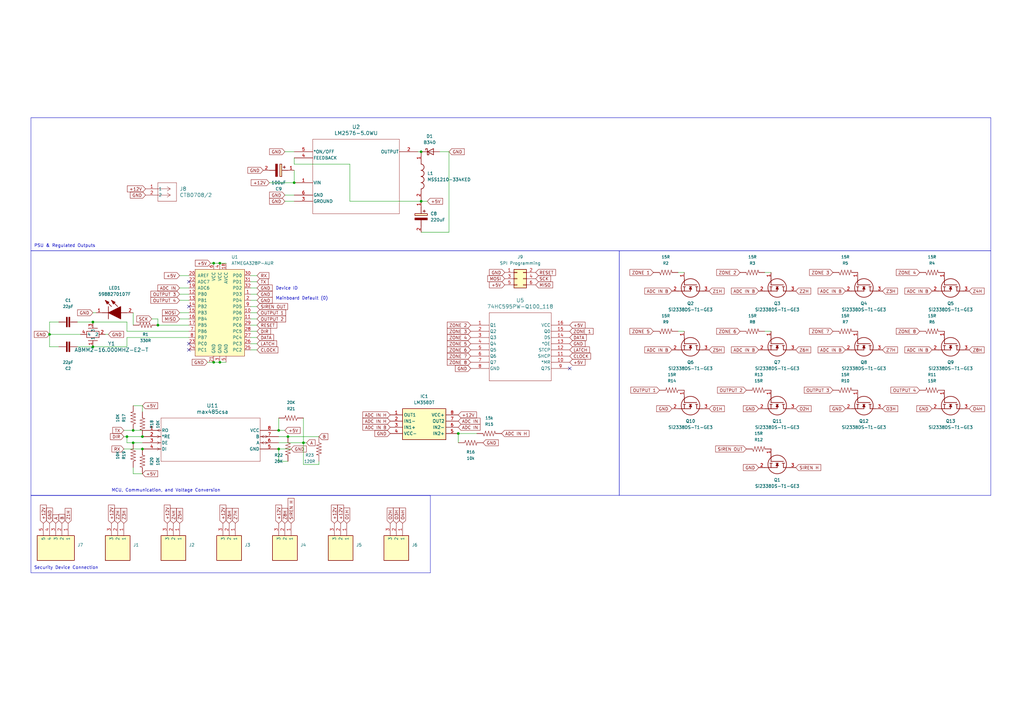
<source format=kicad_sch>
(kicad_sch (version 20230121) (generator eeschema)
  (paper "A3")
  (junction (at 54.61 181.61))
  (junction (at 114.3 176.53))
  (junction (at 58.42 184.15))
  (junction (at 20.32 137.16))
  (junction (at 54.61 176.53))
  (junction (at 120.65 74.93))
  (junction (at 118.11 179.07))
  (junction (at 187.96 177.8))
  (junction (at 87.63 107.95))
  (junction (at 90.17 148.59))
  (junction (at 114.3 184.15))
  (junction (at 172.72 82.55))
  (junction (at 124.46 181.61))
  (junction (at 87.63 148.59))
  (junction (at 172.72 62.23))
  (junction (at 58.42 179.07))
  (junction (at 38.1 132.08))
  (junction (at 38.1 142.24))
  (junction (at 90.17 107.95))
  (junction (at 64.77 133.35))
  (junction (at 52.07 179.07))
  (no_connect (at 233.68 151.13))
  (no_connect (at 77.47 143.51))
  (no_connect (at 77.47 140.97))
  (no_connect (at 77.47 125.73))
  (no_connect (at 77.47 115.57))
  (wire (pts (xy 52.07 179.07) (xy 58.42 179.07)))
  (wire (pts (xy 58.42 166.37) (xy 58.42 168.91)))
  (wire (pts (xy 278.13 111.76) (xy 280.67 111.76)))
  (wire (pts (xy 124.46 181.61) (xy 125.73 181.61)))
  (wire (pts (xy 20.32 132.08) (xy 20.32 137.16)))
  (wire (pts (xy 77.47 138.43) (xy 52.07 138.43)))
  (wire (pts (xy 184.15 62.23) (xy 184.15 95.25)))
  (wire (pts (xy 73.66 128.27) (xy 77.47 128.27)))
  (wire (pts (xy 54.61 181.61) (xy 58.42 181.61)))
  (wire (pts (xy 114.3 184.15) (xy 114.3 189.23)))
  (wire (pts (xy 114.3 171.45) (xy 114.3 176.53)))
  (wire (pts (xy 52.07 132.08) (xy 52.07 135.89)))
  (wire (pts (xy 38.1 128.27) (xy 39.37 128.27)))
  (wire (pts (xy 52.07 179.07) (xy 52.07 181.61)))
  (wire (pts (xy 90.17 107.95) (xy 92.71 107.95)))
  (wire (pts (xy 102.87 123.19) (xy 105.41 123.19)))
  (wire (pts (xy 102.87 120.65) (xy 105.41 120.65)))
  (wire (pts (xy 116.84 82.55) (xy 120.65 82.55)))
  (wire (pts (xy 50.8 176.53) (xy 54.61 176.53)))
  (wire (pts (xy 64.77 130.81) (xy 64.77 133.35)))
  (wire (pts (xy 38.1 132.08) (xy 52.07 132.08)))
  (wire (pts (xy 52.07 135.89) (xy 77.47 135.89)))
  (wire (pts (xy 20.32 137.16) (xy 20.32 142.24)))
  (wire (pts (xy 102.87 143.51) (xy 105.41 143.51)))
  (wire (pts (xy 120.65 69.85) (xy 120.65 74.93)))
  (wire (pts (xy 114.3 189.23) (xy 118.11 189.23)))
  (wire (pts (xy 54.61 194.31) (xy 54.61 191.77)))
  (wire (pts (xy 124.46 190.5) (xy 124.46 181.61)))
  (wire (pts (xy 180.34 62.23) (xy 184.15 62.23)))
  (wire (pts (xy 87.63 148.59) (xy 90.17 148.59)))
  (wire (pts (xy 50.8 179.07) (xy 52.07 179.07)))
  (wire (pts (xy 130.81 189.23) (xy 130.81 190.5)))
  (wire (pts (xy 54.61 166.37) (xy 58.42 166.37)))
  (wire (pts (xy 102.87 113.03) (xy 105.41 113.03)))
  (wire (pts (xy 102.87 138.43) (xy 105.41 138.43)))
  (wire (pts (xy 87.63 107.95) (xy 90.17 107.95)))
  (wire (pts (xy 102.87 140.97) (xy 105.41 140.97)))
  (wire (pts (xy 58.42 194.31) (xy 54.61 194.31)))
  (wire (pts (xy 114.3 181.61) (xy 124.46 181.61)))
  (wire (pts (xy 171.45 62.23) (xy 172.72 62.23)))
  (wire (pts (xy 52.07 181.61) (xy 54.61 181.61)))
  (wire (pts (xy 54.61 128.27) (xy 54.61 133.35)))
  (wire (pts (xy 110.49 74.93) (xy 120.65 74.93)))
  (wire (pts (xy 184.15 95.25) (xy 172.72 95.25)))
  (wire (pts (xy 143.51 67.31) (xy 120.65 67.31)))
  (wire (pts (xy 187.96 177.8) (xy 187.96 181.61)))
  (wire (pts (xy 114.3 179.07) (xy 118.11 179.07)))
  (wire (pts (xy 119.38 184.15) (xy 114.3 184.15)))
  (wire (pts (xy 102.87 115.57) (xy 105.41 115.57)))
  (wire (pts (xy 313.69 135.89) (xy 316.23 135.89)))
  (wire (pts (xy 38.1 142.24) (xy 52.07 142.24)))
  (wire (pts (xy 43.18 137.16) (xy 44.45 137.16)))
  (wire (pts (xy 116.84 62.23) (xy 120.65 62.23)))
  (wire (pts (xy 130.81 190.5) (xy 124.46 190.5)))
  (wire (pts (xy 102.87 133.35) (xy 105.41 133.35)))
  (wire (pts (xy 73.66 113.03) (xy 77.47 113.03)))
  (wire (pts (xy 102.87 125.73) (xy 105.41 125.73)))
  (wire (pts (xy 20.32 137.16) (xy 33.02 137.16)))
  (wire (pts (xy 278.13 135.89) (xy 280.67 135.89)))
  (wire (pts (xy 73.66 123.19) (xy 77.47 123.19)))
  (wire (pts (xy 102.87 118.11) (xy 105.41 118.11)))
  (wire (pts (xy 116.84 80.01) (xy 120.65 80.01)))
  (wire (pts (xy 120.65 67.31) (xy 120.65 64.77)))
  (wire (pts (xy 50.8 184.15) (xy 58.42 184.15)))
  (wire (pts (xy 52.07 138.43) (xy 52.07 142.24)))
  (wire (pts (xy 143.51 82.55) (xy 143.51 67.31)))
  (wire (pts (xy 124.46 171.45) (xy 124.46 181.61)))
  (wire (pts (xy 73.66 130.81) (xy 77.47 130.81)))
  (wire (pts (xy 313.69 111.76) (xy 316.23 111.76)))
  (wire (pts (xy 172.72 82.55) (xy 175.26 82.55)))
  (wire (pts (xy 102.87 130.81) (xy 105.41 130.81)))
  (wire (pts (xy 62.23 130.81) (xy 64.77 130.81)))
  (wire (pts (xy 31.75 132.08) (xy 38.1 132.08)))
  (wire (pts (xy 172.72 82.55) (xy 143.51 82.55)))
  (wire (pts (xy 85.09 148.59) (xy 87.63 148.59)))
  (wire (pts (xy 118.11 179.07) (xy 130.81 179.07)))
  (wire (pts (xy 90.17 148.59) (xy 92.71 148.59)))
  (wire (pts (xy 195.58 177.8) (xy 187.96 177.8)))
  (wire (pts (xy 105.41 135.89) (xy 102.87 135.89)))
  (wire (pts (xy 86.36 107.95) (xy 87.63 107.95)))
  (wire (pts (xy 102.87 128.27) (xy 105.41 128.27)))
  (wire (pts (xy 31.75 142.24) (xy 38.1 142.24)))
  (wire (pts (xy 24.13 132.08) (xy 20.32 132.08)))
  (wire (pts (xy 73.66 120.65) (xy 77.47 120.65)))
  (wire (pts (xy 114.3 176.53) (xy 116.84 176.53)))
  (wire (pts (xy 54.61 176.53) (xy 58.42 176.53)))
  (wire (pts (xy 64.77 133.35) (xy 77.47 133.35)))
  (wire (pts (xy 20.32 142.24) (xy 24.13 142.24)))
  (wire (pts (xy 73.66 118.11) (xy 77.47 118.11)))
  (rectangle (start 12.7 203.2) (end 176.53 234.95))
  (rectangle (start 254 102.87) (end 406.4 203.2))
  (rectangle (start 12.7 102.87) (end 254 203.2))
  (rectangle (start 12.7 48.26) (end 406.4 102.87))
  (text "Device ID\n\nMainboard Default (0)" (at 113.03 123.19 0) (effects (font (size 1.27 1.27)) (justify left bottom)))
  (text "PSU & Regulated Outputs" (at 13.97 101.6 0) (effects (font (size 1.27 1.27)) (justify left bottom)))
  (text "Security Device Connection" (at 13.97 233.68 0) (effects (font (size 1.27 1.27)) (justify left bottom)))
  (text "MCU, Communication, and Voltage Conversion" (at 45.72 201.93 0) (effects (font (size 1.27 1.27)) (justify left bottom)))
  (global_label "ADC IN B" (shape input) (at 160.02 175.26 180) (property "Intersheetrefs" "${INTERSHEET_REFS}" (effects hide)))
  (global_label "Z7H" (shape input) (at 96.52 214.63 90) (property "Intersheetrefs" "${INTERSHEET_REFS}" (effects hide)))
  (global_label "+12V" (shape input) (at 91.44 214.63 90) (property "Intersheetrefs" "${INTERSHEET_REFS}" (effects hide)))
  (global_label "ADC IN B" (shape input) (at 346.71 119.38 180) (property "Intersheetrefs" "${INTERSHEET_REFS}" (effects hide)))
  (global_label "Z6H" (shape input) (at 326.39 143.51 0) (property "Intersheetrefs" "${INTERSHEET_REFS}" (effects hide)))
  (global_label "ZONE 6" (shape input) (at 193.04 143.51 180) (property "Intersheetrefs" "${INTERSHEET_REFS}" (effects hide)))
  (global_label "GND" (shape input) (at 346.71 167.64 180) (property "Intersheetrefs" "${INTERSHEET_REFS}" (effects hide)))
  (global_label "ZONE 7" (shape input) (at 193.04 146.05 180) (property "Intersheetrefs" "${INTERSHEET_REFS}" (effects hide)))
  (global_label "MOSI" (shape input) (at 73.66 128.27 180) (property "Intersheetrefs" "${INTERSHEET_REFS}" (effects hide)))
  (global_label "+12V" (shape input) (at 45.72 214.63 90) (property "Intersheetrefs" "${INTERSHEET_REFS}" (effects hide)))
  (global_label "GND" (shape input) (at 233.68 140.97 0) (property "Intersheetrefs" "${INTERSHEET_REFS}" (effects hide)))
  (global_label "Z6H" (shape input) (at 93.98 214.63 90) (property "Intersheetrefs" "${INTERSHEET_REFS}" (effects hide)))
  (global_label "OUTPUT 4" (shape input) (at 73.66 123.19 180) (property "Intersheetrefs" "${INTERSHEET_REFS}" (effects hide)))
  (global_label "Z8H" (shape input) (at 397.51 143.51 0) (property "Intersheetrefs" "${INTERSHEET_REFS}" (effects hide)))
  (global_label "ADC IN B" (shape input) (at 346.71 143.51 180) (property "Intersheetrefs" "${INTERSHEET_REFS}" (effects hide)))
  (global_label "OUTPUT 1" (shape input) (at 105.41 128.27 0) (property "Intersheetrefs" "${INTERSHEET_REFS}" (effects hide)))
  (global_label "ADC IN" (shape input) (at 187.96 175.26 0) (property "Intersheetrefs" "${INTERSHEET_REFS}" (effects hide)))
  (global_label "SIREN OUT" (shape input) (at 105.41 125.73 0) (property "Intersheetrefs" "${INTERSHEET_REFS}" (effects hide)))
  (global_label "ZONE 1" (shape input) (at 233.68 135.89 0) (property "Intersheetrefs" "${INTERSHEET_REFS}" (effects hide)))
  (global_label "GND" (shape input) (at 20.32 137.16 180) (property "Intersheetrefs" "${INTERSHEET_REFS}" (effects hide)))
  (global_label "RX" (shape input) (at 105.41 113.03 0) (property "Intersheetrefs" "${INTERSHEET_REFS}" (effects hide)))
  (global_label "LATCH" (shape input) (at 105.41 140.97 0) (property "Intersheetrefs" "${INTERSHEET_REFS}" (effects hide)))
  (global_label "Z2H" (shape input) (at 48.26 214.63 90) (property "Intersheetrefs" "${INTERSHEET_REFS}" (effects hide)))
  (global_label "GND" (shape input) (at 311.15 191.77 180) (property "Intersheetrefs" "${INTERSHEET_REFS}" (effects hide)))
  (global_label "ZONE 3" (shape input) (at 341.63 111.76 180) (property "Intersheetrefs" "${INTERSHEET_REFS}" (effects hide)))
  (global_label "GND" (shape input) (at 85.09 148.59 180) (property "Intersheetrefs" "${INTERSHEET_REFS}" (effects hide)))
  (global_label "GND" (shape input) (at 207.01 111.76 180) (property "Intersheetrefs" "${INTERSHEET_REFS}" (effects hide)))
  (global_label "+5V" (shape input) (at 86.36 107.95 180) (property "Intersheetrefs" "${INTERSHEET_REFS}" (effects hide)))
  (global_label "ZONE 2" (shape input) (at 193.04 133.35 180) (property "Intersheetrefs" "${INTERSHEET_REFS}" (effects hide)))
  (global_label "+12V" (shape input) (at 137.16 214.63 90) (property "Intersheetrefs" "${INTERSHEET_REFS}" (effects hide)))
  (global_label "Z1H" (shape input) (at 290.83 119.38 0) (property "Intersheetrefs" "${INTERSHEET_REFS}" (effects hide)))
  (global_label "O1H" (shape input) (at 290.83 167.64 0) (property "Intersheetrefs" "${INTERSHEET_REFS}" (effects hide)))
  (global_label "GND" (shape input) (at 275.59 167.64 180) (property "Intersheetrefs" "${INTERSHEET_REFS}" (effects hide)))
  (global_label "+12V" (shape input) (at 59.69 77.47 180) (property "Intersheetrefs" "${INTERSHEET_REFS}" (effects hide)))
  (global_label "O4H" (shape input) (at 397.51 167.64 0) (property "Intersheetrefs" "${INTERSHEET_REFS}" (effects hide)))
  (global_label "+5V" (shape input) (at 207.01 116.84 180) (property "Intersheetrefs" "${INTERSHEET_REFS}" (effects hide)))
  (global_label "ADC IN H" (shape input) (at 205.74 177.8 0) (property "Intersheetrefs" "${INTERSHEET_REFS}" (effects hide)))
  (global_label "+5V" (shape input) (at 233.68 133.35 0) (property "Intersheetrefs" "${INTERSHEET_REFS}" (effects hide)))
  (global_label "GND" (shape input) (at 382.27 167.64 180) (property "Intersheetrefs" "${INTERSHEET_REFS}" (effects hide)))
  (global_label "GND" (shape input) (at 38.1 128.27 180) (property "Intersheetrefs" "${INTERSHEET_REFS}" (effects hide)))
  (global_label "SIREN H" (shape input) (at 119.38 214.63 90) (property "Intersheetrefs" "${INTERSHEET_REFS}" (effects hide)))
  (global_label "GND" (shape input) (at 198.12 181.61 0) (property "Intersheetrefs" "${INTERSHEET_REFS}" (effects hide)))
  (global_label "+5V" (shape input) (at 116.84 176.53 0) (property "Intersheetrefs" "${INTERSHEET_REFS}" (effects hide)))
  (global_label "ZONE 8" (shape input) (at 377.19 135.89 180) (property "Intersheetrefs" "${INTERSHEET_REFS}" (effects hide)))
  (global_label "ADC IN H" (shape input) (at 160.02 172.72 180) (property "Intersheetrefs" "${INTERSHEET_REFS}" (effects hide)))
  (global_label "ZONE 3" (shape input) (at 193.04 135.89 180) (property "Intersheetrefs" "${INTERSHEET_REFS}" (effects hide)))
  (global_label "DATA" (shape input) (at 233.68 138.43 0) (property "Intersheetrefs" "${INTERSHEET_REFS}" (effects hide)))
  (global_label "ZONE 2" (shape input) (at 303.53 111.76 180) (property "Intersheetrefs" "${INTERSHEET_REFS}" (effects hide)))
  (global_label "ZONE 7" (shape input) (at 341.63 135.89 180) (property "Intersheetrefs" "${INTERSHEET_REFS}" (effects hide)))
  (global_label "ADC IN H" (shape input) (at 160.02 170.18 180) (property "Intersheetrefs" "${INTERSHEET_REFS}" (effects hide)))
  (global_label "MISO" (shape input) (at 219.71 116.84 0) (property "Intersheetrefs" "${INTERSHEET_REFS}" (effects hide)))
  (global_label "+12V" (shape input) (at 187.96 170.18 0) (property "Intersheetrefs" "${INTERSHEET_REFS}" (effects hide)))
  (global_label "DIR" (shape input) (at 50.8 179.07 180) (property "Intersheetrefs" "${INTERSHEET_REFS}" (effects hide)))
  (global_label "O2H" (shape input) (at 160.02 214.63 90) (property "Intersheetrefs" "${INTERSHEET_REFS}" (effects hide)))
  (global_label "OUTPUT 2" (shape input) (at 105.41 130.81 0) (property "Intersheetrefs" "${INTERSHEET_REFS}" (effects hide)))
  (global_label "O1H" (shape input) (at 142.24 214.63 90) (property "Intersheetrefs" "${INTERSHEET_REFS}" (effects hide)))
  (global_label "ZONE 5" (shape input) (at 193.04 140.97 180) (property "Intersheetrefs" "${INTERSHEET_REFS}" (effects hide)))
  (global_label "ADC IN B" (shape input) (at 382.27 143.51 180) (property "Intersheetrefs" "${INTERSHEET_REFS}" (effects hide)))
  (global_label "MISO" (shape input) (at 73.66 130.81 180) (property "Intersheetrefs" "${INTERSHEET_REFS}" (effects hide)))
  (global_label "+12V" (shape input) (at 17.78 214.63 90) (property "Intersheetrefs" "${INTERSHEET_REFS}" (effects hide)))
  (global_label "+12V" (shape input) (at 68.58 214.63 90) (property "Intersheetrefs" "${INTERSHEET_REFS}" (effects hide)))
  (global_label "OUTPUT 3" (shape input) (at 341.63 160.02 180) (property "Intersheetrefs" "${INTERSHEET_REFS}" (effects hide)))
  (global_label "GND" (shape input) (at 116.84 62.23 180) (property "Intersheetrefs" "${INTERSHEET_REFS}" (effects hide)))
  (global_label "Z1H" (shape input) (at 27.94 214.63 90) (property "Intersheetrefs" "${INTERSHEET_REFS}" (effects hide)))
  (global_label "RX" (shape input) (at 50.8 184.15 180) (property "Intersheetrefs" "${INTERSHEET_REFS}" (effects hide)))
  (global_label "ADC IN B" (shape input) (at 382.27 119.38 180) (property "Intersheetrefs" "${INTERSHEET_REFS}" (effects hide)))
  (global_label "+5V" (shape input) (at 233.68 148.59 0) (property "Intersheetrefs" "${INTERSHEET_REFS}" (effects hide)))
  (global_label "GND" (shape input) (at 20.32 214.63 90) (property "Intersheetrefs" "${INTERSHEET_REFS}" (effects hide)))
  (global_label "GND" (shape input) (at 193.04 151.13 180) (property "Intersheetrefs" "${INTERSHEET_REFS}" (effects hide)))
  (global_label "B" (shape input) (at 25.4 214.63 90) (property "Intersheetrefs" "${INTERSHEET_REFS}" (effects hide)))
  (global_label "A" (shape input) (at 125.73 181.61 0) (property "Intersheetrefs" "${INTERSHEET_REFS}" (effects hide)))
  (global_label "ZONE 4" (shape input) (at 193.04 138.43 180) (property "Intersheetrefs" "${INTERSHEET_REFS}" (effects hide)))
  (global_label "OUTPUT 4" (shape input) (at 377.19 160.02 180) (property "Intersheetrefs" "${INTERSHEET_REFS}" (effects hide)))
  (global_label "GND" (shape input) (at 105.41 118.11 0) (property "Intersheetrefs" "${INTERSHEET_REFS}" (effects hide)))
  (global_label "RESET" (shape input) (at 105.41 133.35 0) (property "Intersheetrefs" "${INTERSHEET_REFS}" (effects hide)))
  (global_label "GND" (shape input) (at 311.15 167.64 180) (property "Intersheetrefs" "${INTERSHEET_REFS}" (effects hide)))
  (global_label "SIREN H" (shape input) (at 326.39 191.77 0) (property "Intersheetrefs" "${INTERSHEET_REFS}" (effects hide)))
  (global_label "Z4H" (shape input) (at 397.51 119.38 0) (property "Intersheetrefs" "${INTERSHEET_REFS}" (effects hide)))
  (global_label "+12V" (shape input) (at 139.7 214.63 90) (property "Intersheetrefs" "${INTERSHEET_REFS}" (effects hide)))
  (global_label "+5V" (shape input) (at 58.42 166.37 0) (property "Intersheetrefs" "${INTERSHEET_REFS}" (effects hide)))
  (global_label "ADC IN B" (shape input) (at 311.15 119.38 180) (property "Intersheetrefs" "${INTERSHEET_REFS}" (effects hide)))
  (global_label "ADC IN B" (shape input) (at 275.59 143.51 180) (property "Intersheetrefs" "${INTERSHEET_REFS}" (effects hide)))
  (global_label "Z3H" (shape input) (at 50.8 214.63 90) (property "Intersheetrefs" "${INTERSHEET_REFS}" (effects hide)))
  (global_label "OUTPUT 1" (shape input) (at 270.51 160.02 180) (property "Intersheetrefs" "${INTERSHEET_REFS}" (effects hide)))
  (global_label "ZONE 6" (shape input) (at 303.53 135.89 180) (property "Intersheetrefs" "${INTERSHEET_REFS}" (effects hide)))
  (global_label "+5V" (shape input) (at 58.42 194.31 0) (property "Intersheetrefs" "${INTERSHEET_REFS}" (effects hide)))
  (global_label "TX" (shape input) (at 50.8 176.53 180) (property "Intersheetrefs" "${INTERSHEET_REFS}" (effects hide)))
  (global_label "DIR" (shape input) (at 105.41 135.89 0) (property "Intersheetrefs" "${INTERSHEET_REFS}" (effects hide)))
  (global_label "Z5H" (shape input) (at 73.66 214.63 90) (property "Intersheetrefs" "${INTERSHEET_REFS}" (effects hide)))
  (global_label "GND" (shape input) (at 105.41 123.19 0) (property "Intersheetrefs" "${INTERSHEET_REFS}" (effects hide)))
  (global_label "Z2H" (shape input) (at 326.39 119.38 0) (property "Intersheetrefs" "${INTERSHEET_REFS}" (effects hide)))
  (global_label "GND" (shape input) (at 59.69 80.01 180) (property "Intersheetrefs" "${INTERSHEET_REFS}" (effects hide)))
  (global_label "ZONE 5" (shape input) (at 267.97 135.89 180) (property "Intersheetrefs" "${INTERSHEET_REFS}" (effects hide)))
  (global_label "Z8H" (shape input) (at 116.84 214.63 90) (property "Intersheetrefs" "${INTERSHEET_REFS}" (effects hide)))
  (global_label "CLOCK" (shape input) (at 105.41 143.51 0) (property "Intersheetrefs" "${INTERSHEET_REFS}" (effects hide)))
  (global_label "O4H" (shape input) (at 165.1 214.63 90) (property "Intersheetrefs" "${INTERSHEET_REFS}" (effects hide)))
  (global_label "TX" (shape input) (at 105.41 115.57 0) (property "Intersheetrefs" "${INTERSHEET_REFS}" (effects hide)))
  (global_label "RESET" (shape input) (at 219.71 111.76 0) (property "Intersheetrefs" "${INTERSHEET_REFS}" (effects hide)))
  (global_label "O3H" (shape input) (at 162.56 214.63 90) (property "Intersheetrefs" "${INTERSHEET_REFS}" (effects hide)))
  (global_label "B" (shape input) (at 130.81 179.07 0) (property "Intersheetrefs" "${INTERSHEET_REFS}" (effects hide)))
  (global_label "Z7H" (shape input) (at 361.95 143.51 0) (property "Intersheetrefs" "${INTERSHEET_REFS}" (effects hide)))
  (global_label "ZONE 4" (shape input) (at 377.19 111.76 180) (property "Intersheetrefs" "${INTERSHEET_REFS}" (effects hide)))
  (global_label "ADC IN" (shape input) (at 73.66 118.11 180) (property "Intersheetrefs" "${INTERSHEET_REFS}" (effects hide)))
  (global_label "Z5H" (shape input) (at 290.83 143.51 0) (property "Intersheetrefs" "${INTERSHEET_REFS}" (effects hide)))
  (global_label "SIREN OUT" (shape input) (at 306.07 184.15 180) (property "Intersheetrefs" "${INTERSHEET_REFS}" (effects hide)))
  (global_label "O3H" (shape input) (at 361.95 167.64 0) (property "Intersheetrefs" "${INTERSHEET_REFS}" (effects hide)))
  (global_label "GND" (shape input) (at 116.84 80.01 180) (property "Intersheetrefs" "${INTERSHEET_REFS}" (effects hide)))
  (global_label "GND" (shape input) (at 119.38 184.15 0) (property "Intersheetrefs" "${INTERSHEET_REFS}" (effects hide)))
  (global_label "CLOCK" (shape input) (at 233.68 146.05 0) (property "Intersheetrefs" "${INTERSHEET_REFS}" (effects hide)))
  (global_label "GND" (shape input) (at 160.02 177.8 180) (property "Intersheetrefs" "${INTERSHEET_REFS}" (effects hide)))
  (global_label "A" (shape input) (at 22.86 214.63 90) (property "Intersheetrefs" "${INTERSHEET_REFS}" (effects hide)))
  (global_label "SCK" (shape input) (at 219.71 114.3 0) (property "Intersheetrefs" "${INTERSHEET_REFS}" (effects hide)))
  (global_label "GND" (shape input) (at 107.95 69.85 180) (property "Intersheetrefs" "${INTERSHEET_REFS}" (effects hide)))
  (global_label "OUTPUT 2" (shape input) (at 306.07 160.02 180) (property "Intersheetrefs" "${INTERSHEET_REFS}" (effects hide)))
  (global_label "ADC IN B" (shape input) (at 311.15 143.51 180) (property "Intersheetrefs" "${INTERSHEET_REFS}" (effects hide)))
  (global_label "O2H" (shape input) (at 326.39 167.64 0) (property "Intersheetrefs" "${INTERSHEET_REFS}" (effects hide)))
  (global_label "ADC IN B" (shape input) (at 275.59 119.38 180) (property "Intersheetrefs" "${INTERSHEET_REFS}" (effects hide)))
  (global_label "ZONE 1" (shape input) (at 267.97 111.76 180) (property "Intersheetrefs" "${INTERSHEET_REFS}" (effects hide)))
  (global_label "+5V" (shape input) (at 73.66 113.03 180) (property "Intersheetrefs" "${INTERSHEET_REFS}" (effects hide)))
  (global_label "GND" (shape input) (at 184.15 62.23 0) (property "Intersheetrefs" "${INTERSHEET_REFS}" (effects hide)))
  (global_label "LATCH" (shape input) (at 233.68 143.51 0) (property "Intersheetrefs" "${INTERSHEET_REFS}" (effects hide)))
  (global_label "ZONE 8" (shape input) (at 193.04 148.59 180) (property "Intersheetrefs" "${INTERSHEET_REFS}" (effects hide)))
  (global_label "GND" (shape input) (at 105.41 120.65 0) (property "Intersheetrefs" "${INTERSHEET_REFS}" (effects hide)))
  (global_label "Z3H" (shape input) (at 361.95 119.38 0) (property "Intersheetrefs" "${INTERSHEET_REFS}" (effects hide)))
  (global_label "DATA" (shape input) (at 105.41 138.43 0) (property "Intersheetrefs" "${INTERSHEET_REFS}" (effects hide)))
  (global_label "+5V" (shape input) (at 175.26 82.55 0) (property "Intersheetrefs" "${INTERSHEET_REFS}" (effects hide)))
  (global_label "+12V" (shape input) (at 110.49 74.93 180) (property "Intersheetrefs" "${INTERSHEET_REFS}" (effects hide)))
  (global_label "OUTPUT 3" (shape input) (at 73.66 120.65 180) (property "Intersheetrefs" "${INTERSHEET_REFS}" (effects hide)))
  (global_label "GND" (shape input) (at 44.45 137.16 0) (property "Intersheetrefs" "${INTERSHEET_REFS}" (effects hide)))
  (global_label "GND" (shape input) (at 116.84 82.55 180) (property "Intersheetrefs" "${INTERSHEET_REFS}" (effects hide)))
  (global_label "+12V" (shape input) (at 114.3 214.63 90) (property "Intersheetrefs" "${INTERSHEET_REFS}" (effects hide)))
  (global_label "SCK" (shape input) (at 62.23 130.81 180) (property "Intersheetrefs" "${INTERSHEET_REFS}" (effects hide)))
  (global_label "ADC IN" (shape input) (at 187.96 172.72 0) (property "Intersheetrefs" "${INTERSHEET_REFS}" (effects hide)))
  (global_label "MOSI" (shape input) (at 207.01 114.3 180) (property "Intersheetrefs" "${INTERSHEET_REFS}" (effects hide)))
  (global_label "Z4H" (shape input) (at 71.12 214.63 90) (property "Intersheetrefs" "${INTERSHEET_REFS}" (effects hide)))
  (symbol (lib_id "ABMM2-16-000MHZ-E2-T:ABMM2-16.000MHZ-E2-T") (at 38.1 142.24 90) (unit 1)
    (property "Reference" "Y1" (at 45.72 140.97 90) (effects (font (size 1.524 1.524))))
    (property "Value" "ABMM2-16.000MHZ-E2-T" (at 45.72 143.51 90) (effects (font (size 1.524 1.524))))
    (property "Footprint" "ABMM2-16-000MHZ-E2-T:CRYSTAL_ABMM2_ABR" (effects hide))
    (property "Datasheet" "ABMM2-16.000MHZ-E2-T" (effects hide))
  )
  (symbol (lib_id "SparkFun-Resistors:RESISTOR0805") (at 58.42 189.23 90) (unit 1)
    (property "Reference" "R20" (at 62.23 189.23 0) (effects (font (size 1.143 1.143))))
    (property "Value" "10K" (at 64.77 189.23 0) (effects (font (size 1.143 1.143))))
    (property "Footprint" "Resistor_SMD:R_0805_2012Metric_Pad1.20x1.40mm_HandSolder" (effects hide))
    (property "Field4" " " (at 54.61 189.23 0) (effects (font (size 1.524 1.524))))
  )
  (symbol (lib_id "SparkFun-Resistors:RESISTOR0805") (at 54.61 171.45 270) (mirror x) (unit 1)
    (property "Reference" "R17" (at 50.8 171.45 0) (effects (font (size 1.143 1.143))))
    (property "Value" "10K" (at 48.26 171.45 0) (effects (font (size 1.143 1.143))))
    (property "Footprint" "Resistor_SMD:R_0805_2012Metric_Pad1.20x1.40mm_HandSolder" (effects hide))
    (property "Field4" " " (at 58.42 171.45 0) (effects (font (size 1.524 1.524))))
  )
  (symbol (lib_id "SamacSys_Parts:LM358DT") (at 160.02 170.18 0) (unit 1)
    (property "Reference" "IC1" (at 173.99 162.56 0))
    (property "Value" "LM358DT" (at 173.99 165.1 0))
    (property "Footprint" "SOIC127P600X175-8N" (effects hide))
    (property "Datasheet" "http://www.st.com/st-web-ui/static/active/en/resource/technical/document/datasheet/CD00000464.pdf" (effects hide))
    (property "Height" "1.75" (effects hide))
    (property "Manufacturer_Name" "STMicroelectronics" (effects hide))
    (property "Manufacturer_Part_Number" "LM358DT" (effects hide))
  )
  (symbol (lib_id "74HC595PW-Q100-118:74HC595PW-Q100_118") (at 193.04 133.35 0) (unit 1)
    (property "Reference" "U5" (at 213.36 123.19 0) (effects (font (size 1.524 1.524))))
    (property "Value" "74HC595PW-Q100_118" (at 213.36 125.73 0) (effects (font (size 1.524 1.524))))
    (property "Footprint" "74HC595PW-Q100-118:74HC595PW-Q100_118_NEX" (effects hide))
    (property "Datasheet" "74HC595PW-Q100_118" (effects hide))
  )
  (symbol (lib_id "SamacSys_Parts:Si2338DS-T1-GE3") (at 316.23 160.02 270) (unit 1)
    (property "Reference" "Q11" (at 318.77 172.72 90))
    (property "Value" "Si2338DS-T1-GE3" (at 318.77 175.26 90))
    (property "Footprint" "SamacSys_Parts:SOT95P237X112-3N" (effects hide))
    (property "Height" "1.12" (effects hide))
    (property "Manufacturer_Name" "Vishay" (effects hide))
    (property "Manufacturer_Part_Number" "Si2338DS-T1-GE3" (effects hide))
  )
  (symbol (lib_id "SamacSys_Parts:Si2338DS-T1-GE3") (at 316.23 135.89 270) (unit 1)
    (property "Reference" "Q7" (at 318.77 148.59 90))
    (property "Value" "Si2338DS-T1-GE3" (at 318.77 151.13 90))
    (property "Footprint" "SamacSys_Parts:SOT95P237X112-3N" (effects hide))
    (property "Height" "1.12" (effects hide))
    (property "Manufacturer_Name" "Vishay" (effects hide))
    (property "Manufacturer_Part_Number" "Si2338DS-T1-GE3" (effects hide))
  )
  (symbol (lib_id "SparkFun-Resistors:RESISTOR0805") (at 346.71 160.02 0) (mirror x) (unit 1)
    (property "Reference" "R10" (at 346.71 156.21 0) (effects (font (size 1.143 1.143))))
    (property "Value" "15R" (at 346.71 153.67 0) (effects (font (size 1.143 1.143))))
    (property "Footprint" "Resistor_SMD:R_0805_2012Metric_Pad1.20x1.40mm_HandSolder" (effects hide))
    (property "Field4" " " (at 346.71 163.83 0) (effects (font (size 1.524 1.524))))
  )
  (symbol (lib_id "SparkFun-Resistors:RESISTOR0805") (at 308.61 135.89 0) (mirror x) (unit 1)
    (property "Reference" "R8" (at 308.61 132.08 0) (effects (font (size 1.143 1.143))))
    (property "Value" "15R" (at 308.61 129.54 0) (effects (font (size 1.143 1.143))))
    (property "Footprint" "Resistor_SMD:R_0805_2012Metric_Pad1.20x1.40mm_HandSolder" (effects hide))
    (property "Field4" " " (at 335.28 170.18 0) (effects (font (size 1.524 1.524))))
  )
  (symbol (lib_id "SamacSys_Parts:CTB0508_3") (at 165.1 214.63 270) (unit 1)
    (property "Reference" "J6" (at 168.91 223.52 90) (effects (justify left)))
    (property "Value" "CTB0508_3" (effects hide))
    (property "Footprint" "SamacSys_Parts:CTB05083" (effects hide))
    (property "Height" "10" (effects hide))
    (property "Manufacturer_Name" "CAMDENBOSS" (effects hide))
    (property "Manufacturer_Part_Number" "CTB0508/3" (effects hide))
  )
  (symbol (lib_id "SparkFun-Resistors:RESISTOR0805") (at 58.42 173.99 90) (unit 1)
    (property "Reference" "R18" (at 62.23 173.99 0) (effects (font (size 1.143 1.143))))
    (property "Value" "10K" (at 64.77 173.99 0) (effects (font (size 1.143 1.143))))
    (property "Footprint" "Resistor_SMD:R_0805_2012Metric_Pad1.20x1.40mm_HandSolder" (effects hide))
    (property "Field4" " " (at 54.61 173.99 0) (effects (font (size 1.524 1.524))))
  )
  (symbol (lib_id "SamacSys_Parts:CTB0508_3") (at 96.52 214.63 270) (unit 1)
    (property "Reference" "J3" (at 100.33 223.52 90) (effects (justify left)))
    (property "Value" "CTB0508_3" (effects hide))
    (property "Footprint" "SamacSys_Parts:CTB05083" (effects hide))
    (property "Height" "10" (effects hide))
    (property "Manufacturer_Name" "CAMDENBOSS" (effects hide))
    (property "Manufacturer_Part_Number" "CTB0508/3" (effects hide))
  )
  (symbol (lib_id "SparkFun-Resistors:RESISTOR0805") (at 346.71 135.89 0) (mirror x) (unit 1)
    (property "Reference" "R7" (at 346.71 132.08 0) (effects (font (size 1.143 1.143))))
    (property "Value" "15R" (at 346.71 129.54 0) (effects (font (size 1.143 1.143))))
    (property "Footprint" "Resistor_SMD:R_0805_2012Metric_Pad1.20x1.40mm_HandSolder" (effects hide))
    (property "Field4" " " (at 346.71 139.7 0) (effects (font (size 1.524 1.524))))
  )
  (symbol (lib_id "SparkFun-Resistors:RESISTOR0805") (at 200.66 177.8 0) (mirror x) (unit 1)
    (property "Reference" "R15" (at 200.66 173.99 0) (effects (font (size 1.143 1.143))))
    (property "Value" "15k" (at 200.66 171.45 0) (effects (font (size 1.143 1.143))))
    (property "Footprint" "Resistor_SMD:R_0805_2012Metric_Pad1.20x1.40mm_HandSolder" (effects hide))
    (property "Field4" " " (at 200.66 181.61 0) (effects (font (size 1.524 1.524))))
  )
  (symbol (lib_id "dk_Embedded-Microcontrollers:ATMEGA328P-AUR") (at 90.17 133.35 0) (unit 1)
    (property "Reference" "U1" (at 94.9041 105.41 0) (effects (justify left)))
    (property "Value" "ATMEGA328P-AUR" (at 94.9041 107.95 0) (effects (justify left)))
    (property "Footprint" "digikey-footprints:TQFP-32_7x7mm" (effects hide))
    (property "Datasheet" "http://www.microchip.com/mymicrochip/filehandler.aspx?ddocname=en608326" (effects hide))
    (property "Digi-Key_PN" "ATMEGA328P-AURCT-ND" (effects hide))
    (property "MPN" "ATMEGA328P-AUR" (effects hide))
    (property "Category" "Integrated Circuits (ICs)" (effects hide))
    (property "Family" "Embedded - Microcontrollers" (effects hide))
    (property "DK_Datasheet_Link" "http://www.microchip.com/mymicrochip/filehandler.aspx?ddocname=en608326" (effects hide))
    (property "DK_Detail_Page" "/product-detail/en/microchip-technology/ATMEGA328P-AUR/ATMEGA328P-AURCT-ND/3789455" (effects hide))
    (property "Description" "IC MCU 8BIT 32KB FLASH 32TQFP" (effects hide))
    (property "Manufacturer" "Microchip Technology" (effects hide))
    (property "Status" "Active" (effects hide))
  )
  (symbol (lib_id "SparkFun-Resistors:RESISTOR0805") (at 193.04 181.61 0) (unit 1)
    (property "Reference" "R16" (at 193.04 185.42 0) (effects (font (size 1.143 1.143))))
    (property "Value" "10k" (at 193.04 187.96 0) (effects (font (size 1.143 1.143))))
    (property "Footprint" "Resistor_SMD:R_0805_2012Metric_Pad1.20x1.40mm_HandSolder" (effects hide))
    (property "Field4" " " (at 193.04 177.8 0) (effects (font (size 1.524 1.524))))
  )
  (symbol (lib_id "SamacSys_Parts:Si2338DS-T1-GE3") (at 280.67 111.76 270) (unit 1)
    (property "Reference" "Q2" (at 283.21 124.46 90))
    (property "Value" "Si2338DS-T1-GE3" (at 283.21 127 90))
    (property "Footprint" "SamacSys_Parts:SOT95P237X112-3N" (effects hide))
    (property "Height" "1.12" (effects hide))
    (property "Manufacturer_Name" "Vishay" (effects hide))
    (property "Manufacturer_Part_Number" "Si2338DS-T1-GE3" (effects hide))
  )
  (symbol (lib_id "SamacSys_Parts:MAL214699104E3") (at 120.65 69.85 0) (mirror y) (unit 1)
    (property "Reference" "C9" (at 114.3 77.47 0))
    (property "Value" "100uF" (at 114.3 74.93 0))
    (property "Footprint" "SamacSys_Parts:CAPAE1050X1250N" (effects hide))
    (property "Datasheet" "https://www.vishay.com/docs/28403/146cti.pdf" (effects hide))
    (property "Height" "12.5" (effects hide))
    (property "Manufacturer_Name" "Vishay" (effects hide))
    (property "Manufacturer_Part_Number" "MAL214699104E3" (effects hide))
  )
  (symbol (lib_id "SparkFun-Resistors:RESISTOR0805") (at 311.15 160.02 180) (unit 1)
    (property "Reference" "R13" (at 311.15 153.67 0) (effects (font (size 1.143 1.143))))
    (property "Value" "15R" (at 311.15 156.21 0) (effects (font (size 1.143 1.143))))
    (property "Footprint" "Resistor_SMD:R_0805_2012Metric_Pad1.20x1.40mm_HandSolder" (effects hide))
    (property "Field4" " " (at 311.15 163.83 0) (effects (font (size 1.524 1.524))))
  )
  (symbol (lib_id "SparkFun-Resistors:RESISTOR0805") (at 311.15 184.15 0) (mirror x) (unit 1)
    (property "Reference" "R12" (at 311.15 180.34 0) (effects (font (size 1.143 1.143))))
    (property "Value" "15R" (at 311.15 177.8 0) (effects (font (size 1.143 1.143))))
    (property "Footprint" "Resistor_SMD:R_0805_2012Metric_Pad1.20x1.40mm_HandSolder" (effects hide))
    (property "Field4" " " (at 311.15 187.96 0) (effects (font (size 1.524 1.524))))
  )
  (symbol (lib_id "SparkFun-Resistors:RESISTOR0805") (at 118.11 184.15 270) (unit 1)
    (property "Reference" "R22" (at 114.3 186.69 90) (effects (font (size 1.143 1.143))))
    (property "Value" "20K" (at 114.3 189.23 90) (effects (font (size 1.143 1.143))))
    (property "Footprint" "Resistor_SMD:R_0805_2012Metric_Pad1.20x1.40mm_HandSolder" (effects hide))
    (property "Field4" " " (at 121.92 184.15 0) (effects (font (size 1.524 1.524))))
  )
  (symbol (lib_id "SparkFun-Resistors:RESISTOR0805") (at 382.27 111.76 0) (mirror x) (unit 1)
    (property "Reference" "R4" (at 382.27 107.95 0) (effects (font (size 1.143 1.143))))
    (property "Value" "15R" (at 382.27 105.41 0) (effects (font (size 1.143 1.143))))
    (property "Footprint" "Resistor_SMD:R_0805_2012Metric_Pad1.20x1.40mm_HandSolder" (effects hide))
    (property "Field4" " " (at 361.95 125.73 0) (effects (font (size 1.524 1.524))))
  )
  (symbol (lib_id "SamacSys_Parts:CTB0508_5") (at 27.94 214.63 270) (unit 1)
    (property "Reference" "J7" (at 31.75 223.52 90) (effects (justify left)))
    (property "Value" "CTB0508_5" (effects hide))
    (property "Footprint" "SamacSys_Parts:CTB05085" (effects hide))
    (property "Datasheet" "https://www.camdenboss.com/products/datasheet/CTB0558_series_D.pdf" (effects hide))
    (property "Height" "10" (effects hide))
    (property "Manufacturer_Name" "CAMDENBOSS" (effects hide))
    (property "Manufacturer_Part_Number" "CTB0508/5" (effects hide))
  )
  (symbol (lib_id "SamacSys_Parts:MSS1210-334KED") (at 172.72 62.23 270) (unit 1)
    (property "Reference" "L1" (at 175.26 71.12 90) (effects (justify left)))
    (property "Value" "MSS1210-334KED" (at 175.26 73.66 90) (effects (justify left)))
    (property "Footprint" "SamacSys_Parts:INDPM123123X1020N" (effects hide))
    (property "Datasheet" "https://componentsearchengine.com/Datasheets/2/MSS1210-334KED.pdf" (effects hide))
    (property "Height" "10.2" (effects hide))
    (property "Manufacturer_Name" "COILCRAFT" (effects hide))
    (property "Manufacturer_Part_Number" "MSS1210-334KED" (effects hide))
  )
  (symbol (lib_id "SparkFun-Resistors:RESISTOR0805") (at 119.38 171.45 180) (unit 1)
    (property "Reference" "R21" (at 119.38 167.64 0) (effects (font (size 1.143 1.143))))
    (property "Value" "20K" (at 119.38 165.1 0) (effects (font (size 1.143 1.143))))
    (property "Footprint" "Resistor_SMD:R_0805_2012Metric_Pad1.20x1.40mm_HandSolder" (effects hide))
    (property "Field4" " " (at 119.38 175.26 0) (effects (font (size 1.524 1.524))))
  )
  (symbol (lib_id "SamacSys_Parts:5988270107F") (at 39.37 128.27 0) (unit 1)
    (property "Reference" "LED1" (at 46.99 118.11 0))
    (property "Value" "5988270107F" (at 46.99 120.65 0))
    (property "Footprint" "SamacSys_Parts:5988270107F" (effects hide))
    (property "Datasheet" "https://s3-us-west-2.amazonaws.com/catsy.557/Dialight_CBI_data_598-1206_Apr2018.pdf" (effects hide))
    (property "Height" "0.9" (effects hide))
    (property "Manufacturer_Name" "Dialight" (effects hide))
    (property "Manufacturer_Part_Number" "5988270107F" (effects hide))
  )
  (symbol (lib_id "SamacSys_Parts:CTB0508_3") (at 119.38 214.63 270) (unit 1)
    (property "Reference" "J4" (at 123.19 223.52 90) (effects (justify left)))
    (property "Value" "CTB0508_3" (effects hide))
    (property "Footprint" "SamacSys_Parts:CTB05083" (effects hide))
    (property "Height" "10" (effects hide))
    (property "Manufacturer_Name" "CAMDENBOSS" (effects hide))
    (property "Manufacturer_Part_Number" "CTB0508/3" (effects hide))
  )
  (symbol (lib_id "SamacSys_Parts:Si2338DS-T1-GE3") (at 351.79 111.76 270) (unit 1)
    (property "Reference" "Q4" (at 354.33 124.46 90))
    (property "Value" "Si2338DS-T1-GE3" (at 354.33 127 90))
    (property "Footprint" "SamacSys_Parts:SOT95P237X112-3N" (effects hide))
    (property "Height" "1.12" (effects hide))
    (property "Manufacturer_Name" "Vishay" (effects hide))
    (property "Manufacturer_Part_Number" "Si2338DS-T1-GE3" (effects hide))
  )
  (symbol (lib_id "SparkFun-Resistors:RESISTOR0805") (at 59.69 133.35 0) (unit 1)
    (property "Reference" "R1" (at 59.69 137.16 0) (effects (font (size 1.143 1.143))))
    (property "Value" "330R" (at 59.69 139.7 0) (effects (font (size 1.143 1.143))))
    (property "Footprint" "Resistor_SMD:R_0805_2012Metric_Pad1.20x1.40mm_HandSolder" (effects hide))
    (property "Field4" " " (at 59.69 129.54 0) (effects (font (size 1.524 1.524))))
  )
  (symbol (lib_id "LM2576-5-0WU:LM2576-5.0WU") (at 120.65 62.23 0) (unit 1)
    (property "Reference" "U2" (at 146.05 52.07 0) (effects (font (size 1.524 1.524))))
    (property "Value" "LM2576-5.0WU" (at 146.05 54.61 0) (effects (font (size 1.524 1.524))))
    (property "Footprint" "LM2576-5-0WU:TO-263-5_U_MCH" (effects hide))
    (property "Datasheet" "LM2576-5.0WU" (effects hide))
  )
  (symbol (lib_id "SamacSys_Parts:CTB0508_3") (at 142.24 214.63 270) (unit 1)
    (property "Reference" "J5" (at 146.05 223.52 90) (effects (justify left)))
    (property "Value" "CTB0508_3" (effects hide))
    (property "Footprint" "SamacSys_Parts:CTB05083" (effects hide))
    (property "Height" "10" (effects hide))
    (property "Manufacturer_Name" "CAMDENBOSS" (effects hide))
    (property "Manufacturer_Part_Number" "CTB0508/3" (effects hide))
  )
  (symbol (lib_id "SamacSys_Parts:Si2338DS-T1-GE3") (at 351.79 160.02 270) (unit 1)
    (property "Reference" "Q12" (at 354.33 172.72 90))
    (property "Value" "Si2338DS-T1-GE3" (at 354.33 175.26 90))
    (property "Footprint" "SamacSys_Parts:SOT95P237X112-3N" (effects hide))
    (property "Height" "1.12" (effects hide))
    (property "Manufacturer_Name" "Vishay" (effects hide))
    (property "Manufacturer_Part_Number" "Si2338DS-T1-GE3" (effects hide))
  )
  (symbol (lib_id "SparkFun-Resistors:RESISTOR0805") (at 382.27 160.02 180) (unit 1)
    (property "Reference" "R11" (at 382.27 153.67 0) (effects (font (size 1.143 1.143))))
    (property "Value" "15R" (at 382.27 156.21 0) (effects (font (size 1.143 1.143))))
    (property "Footprint" "Resistor_SMD:R_0805_2012Metric_Pad1.20x1.40mm_HandSolder" (effects hide))
    (property "Field4" " " (at 382.27 163.83 0) (effects (font (size 1.524 1.524))))
  )
  (symbol (lib_id "SamacSys_Parts:Si2338DS-T1-GE3") (at 280.67 135.89 270) (unit 1)
    (property "Reference" "Q6" (at 283.21 148.59 90))
    (property "Value" "Si2338DS-T1-GE3" (at 283.21 151.13 90))
    (property "Footprint" "SamacSys_Parts:SOT95P237X112-3N" (effects hide))
    (property "Height" "1.12" (effects hide))
    (property "Manufacturer_Name" "Vishay" (effects hide))
    (property "Manufacturer_Part_Number" "Si2338DS-T1-GE3" (effects hide))
  )
  (symbol (lib_id "SparkFun-Resistors:RESISTOR0805") (at 130.81 184.15 270) (unit 1)
    (property "Reference" "R23" (at 127 186.69 90) (effects (font (size 1.143 1.143))))
    (property "Value" "120R" (at 127 189.23 90) (effects (font (size 1.143 1.143))))
    (property "Footprint" "Resistor_SMD:R_0805_2012Metric_Pad1.20x1.40mm_HandSolder" (effects hide))
    (property "Field4" " " (at 134.62 184.15 0) (effects (font (size 1.524 1.524))))
  )
  (symbol (lib_id "SamacSys_Parts:EEEFK1H221P") (at 172.72 82.55 270) (unit 1)
    (property "Reference" "C8" (at 176.53 87.63 90) (effects (justify left)))
    (property "Value" "220uF" (at 176.53 90.17 90) (effects (justify left)))
    (property "Footprint" "SamacSys_Parts:EEE0JA152UAP" (effects hide))
    (property "Datasheet" "http://industrial.panasonic.com/cdbs/www-data/pdf/RDE0000/ABA0000C1181.pdf" (effects hide))
    (property "Height" "12" (effects hide))
    (property "Manufacturer_Name" "Panasonic" (effects hide))
    (property "Manufacturer_Part_Number" "EEEFK1H221P" (effects hide))
  )
  (symbol (lib_id "SamacSys_Parts:Si2338DS-T1-GE3") (at 280.67 160.02 270) (unit 1)
    (property "Reference" "Q10" (at 283.21 172.72 90))
    (property "Value" "Si2338DS-T1-GE3" (at 283.21 175.26 90))
    (property "Footprint" "SamacSys_Parts:SOT95P237X112-3N" (effects hide))
    (property "Height" "1.12" (effects hide))
    (property "Manufacturer_Name" "Vishay" (effects hide))
    (property "Manufacturer_Part_Number" "Si2338DS-T1-GE3" (effects hide))
  )
  (symbol (lib_id "SparkFun-Resistors:RESISTOR0805") (at 54.61 186.69 270) (mirror x) (unit 1)
    (property "Reference" "R19" (at 50.8 186.69 0) (effects (font (size 1.143 1.143))))
    (property "Value" "10K" (at 48.26 186.69 0) (effects (font (size 1.143 1.143))))
    (property "Footprint" "Resistor_SMD:R_0805_2012Metric_Pad1.20x1.40mm_HandSolder" (effects hide))
    (property "Field4" " " (at 58.42 186.69 0) (effects (font (size 1.524 1.524))))
  )
  (symbol (lib_id "SparkFun-Resistors:RESISTOR0805") (at 273.05 111.76 0) (mirror x) (unit 1)
    (property "Reference" "R2" (at 273.05 107.95 0) (effects (font (size 1.143 1.143))))
    (property "Value" "15R" (at 273.05 105.41 0) (effects (font (size 1.143 1.143))))
    (property "Footprint" "Resistor_SMD:R_0805_2012Metric_Pad1.20x1.40mm_HandSolder" (effects hide))
    (property "Field4" " " (at 273.05 115.57 0) (effects (font (size 1.524 1.524))))
  )
  (symbol (lib_id "SparkFun-Resistors:RESISTOR0805") (at 346.71 111.76 0) (mirror x) (unit 1)
    (property "Reference" "R5" (at 346.71 107.95 0) (effects (font (size 1.143 1.143))))
    (property "Value" "15R" (at 346.71 105.41 0) (effects (font (size 1.143 1.143))))
    (property "Footprint" "Resistor_SMD:R_0805_2012Metric_Pad1.20x1.40mm_HandSolder" (effects hide))
    (property "Field4" " " (at 346.71 115.57 0) (effects (font (size 1.524 1.524))))
  )
  (symbol (lib_id "SamacSys_Parts:Si2338DS-T1-GE3") (at 316.23 111.76 270) (unit 1)
    (property "Reference" "Q3" (at 318.77 124.46 90))
    (property "Value" "Si2338DS-T1-GE3" (at 318.77 127 90))
    (property "Footprint" "SamacSys_Parts:SOT95P237X112-3N" (effects hide))
    (property "Height" "1.12" (effects hide))
    (property "Manufacturer_Name" "Vishay" (effects hide))
    (property "Manufacturer_Part_Number" "Si2338DS-T1-GE3" (effects hide))
  )
  (symbol (lib_id "SparkFun-Capacitors:1.0UF-0805-25V-10%") (at 29.21 132.08 90) (unit 1)
    (property "Reference" "C1" (at 27.94 123.19 90) (effects (font (size 1.143 1.143))))
    (property "Value" "22pF" (at 27.94 125.73 90) (effects (font (size 1.143 1.143))))
    (property "Footprint" "Capacitor_SMD:C_0805_2012Metric_Pad1.18x1.45mm_HandSolder" (effects hide))
    (property "Field4" "CAP-08064" (effects hide))
  )
  (symbol (lib_id "SamacSys_Parts:Si2338DS-T1-GE3") (at 387.35 160.02 270) (unit 1)
    (property "Reference" "Q13" (at 389.89 172.72 90))
    (property "Value" "Si2338DS-T1-GE3" (at 389.89 175.26 90))
    (property "Footprint" "SamacSys_Parts:SOT95P237X112-3N" (effects hide))
    (property "Height" "1.12" (effects hide))
    (property "Manufacturer_Name" "Vishay" (effects hide))
    (property "Manufacturer_Part_Number" "Si2338DS-T1-GE3" (effects hide))
  )
  (symbol (lib_id "SparkFun-Resistors:RESISTOR0805") (at 308.61 111.76 0) (mirror x) (unit 1)
    (property "Reference" "R3" (at 308.61 107.95 0) (effects (font (size 1.143 1.143))))
    (property "Value" "15R" (at 308.61 105.41 0) (effects (font (size 1.143 1.143))))
    (property "Footprint" "Resistor_SMD:R_0805_2012Metric_Pad1.20x1.40mm_HandSolder" (effects hide))
    (property "Field4" " " (at 322.58 124.46 0) (effects (font (size 1.524 1.524))))
  )
  (symbol (lib_id "SamacSys_Parts:Si2338DS-T1-GE3") (at 316.23 184.15 270) (unit 1)
    (property "Reference" "Q1" (at 318.77 196.85 90))
    (property "Value" "Si2338DS-T1-GE3" (at 318.77 199.39 90))
    (property "Footprint" "SamacSys_Parts:SOT95P237X112-3N" (effects hide))
    (property "Height" "1.12" (effects hide))
    (property "Manufacturer_Name" "Vishay" (effects hide))
    (property "Manufacturer_Part_Number" "Si2338DS-T1-GE3" (effects hide))
  )
  (symbol (lib_id "SamacSys_Parts:CTB0508_3") (at 73.66 214.63 270) (unit 1)
    (property "Reference" "J2" (at 77.47 223.52 90) (effects (justify left)))
    (property "Value" "CTB0508_3" (effects hide))
    (property "Footprint" "SamacSys_Parts:CTB05083" (effects hide))
    (property "Height" "10" (effects hide))
    (property "Manufacturer_Name" "CAMDENBOSS" (effects hide))
    (property "Manufacturer_Part_Number" "CTB0508/3" (effects hide))
  )
  (symbol (lib_id "SparkFun-Resistors:RESISTOR0805") (at 382.27 135.89 0) (mirror x) (unit 1)
    (property "Reference" "R6" (at 382.27 132.08 0) (effects (font (size 1.143 1.143))))
    (property "Value" "15R" (at 382.27 129.54 0) (effects (font (size 1.143 1.143))))
    (property "Footprint" "Resistor_SMD:R_0805_2012Metric_Pad1.20x1.40mm_HandSolder" (effects hide))
    (property "Field4" " " (at 401.32 147.32 0) (effects (font (size 1.524 1.524))))
  )
  (symbol (lib_id "CTB0708-2:CTB0708_2") (at 59.69 77.47 0) (unit 1)
    (property "Reference" "J8" (at 73.66 77.47 0) (effects (font (size 1.524 1.524)) (justify left)))
    (property "Value" "CTB0708/2" (at 73.66 80.01 0) (effects (font (size 1.524 1.524)) (justify left)))
    (property "Footprint" "CTB0708-2:CONN-2X1_CTB0708&slash_2_CMD" (effects hide))
    (property "Datasheet" "CTB0708/2" (effects hide))
  )
  (symbol (lib_id "SparkFun-Resistors:RESISTOR0805") (at 273.05 135.89 0) (mirror x) (unit 1)
    (property "Reference" "R9" (at 273.05 132.08 0) (effects (font (size 1.143 1.143))))
    (property "Value" "15R" (at 273.05 129.54 0) (effects (font (size 1.143 1.143))))
    (property "Footprint" "Resistor_SMD:R_0805_2012Metric_Pad1.20x1.40mm_HandSolder" (effects hide))
    (property "Field4" " " (at 273.05 139.7 0) (effects (font (size 1.524 1.524))))
  )
  (symbol (lib_id "SamacSys_Parts:CTB0508_3") (at 50.8 214.63 270) (unit 1)
    (property "Reference" "J1" (at 54.61 223.52 90) (effects (justify left)))
    (property "Value" "CTB0508_3" (effects hide))
    (property "Footprint" "SamacSys_Parts:CTB05083" (effects hide))
    (property "Height" "10" (effects hide))
    (property "Manufacturer_Name" "CAMDENBOSS" (effects hide))
    (property "Manufacturer_Part_Number" "CTB0508/3" (effects hide))
  )
  (symbol (lib_id "SamacSys_Parts:Si2338DS-T1-GE3") (at 387.35 135.89 270) (unit 1)
    (property "Reference" "Q9" (at 389.89 148.59 90))
    (property "Value" "Si2338DS-T1-GE3" (at 389.89 151.13 90))
    (property "Footprint" "SamacSys_Parts:SOT95P237X112-3N" (effects hide))
    (property "Height" "1.12" (effects hide))
    (property "Manufacturer_Name" "Vishay" (effects hide))
    (property "Manufacturer_Part_Number" "Si2338DS-T1-GE3" (effects hide))
  )
  (symbol (lib_id "SparkFun-Capacitors:1.0UF-0805-25V-10%") (at 29.21 142.24 90) (mirror x) (unit 1)
    (property "Reference" "C2" (at 27.94 151.13 90) (effects (font (size 1.143 1.143))))
    (property "Value" "22pF" (at 27.94 148.59 90) (effects (font (size 1.143 1.143))))
    (property "Footprint" "Capacitor_SMD:C_0805_2012Metric_Pad1.18x1.45mm_HandSolder" (effects hide))
    (property "Field4" "CAP-08064" (effects hide))
  )
  (symbol (lib_id "Connector_Generic:Conn_02x03_Odd_Even") (at 212.09 114.3 0) (unit 1)
    (property "Reference" "J9" (at 213.36 105.41 0))
    (property "Value" "SPI Programming" (at 213.36 107.95 0))
    (property "Footprint" "Connector_PinHeader_2.54mm:PinHeader_2x03_P2.54mm_Vertical" (effects hide))
  )
  (symbol (lib_id "Diode:B340") (at 176.53 62.23 0) (unit 1)
    (property "Reference" "D1" (at 176.2125 55.88 0))
    (property "Value" "B340" (at 176.2125 58.42 0))
    (property "Footprint" "Diode_SMD:D_SMC" (effects hide))
    (property "Datasheet" "http://www.jameco.com/Jameco/Products/ProdDS/1538777.pdf" (effects hide))
  )
  (symbol (lib_id "max485csa:max485csa") (at 58.42 176.53 0) (unit 1)
    (property "Reference" "U11" (at 87.141 166.37 0) (effects (font (size 1.524 1.524))))
    (property "Value" "max485csa" (at 87.141 168.91 0) (effects (font (size 1.524 1.524))))
    (property "Footprint" "max485csa:21-0041B_8_MXM" (effects hide))
    (property "Datasheet" "max485csa" (effects hide))
  )
  (symbol (lib_id "SparkFun-Resistors:RESISTOR0805") (at 275.59 160.02 180) (unit 1)
    (property "Reference" "R14" (at 275.59 156.21 0) (effects (font (size 1.143 1.143))))
    (property "Value" "15R" (at 275.59 153.67 0) (effects (font (size 1.143 1.143))))
    (property "Footprint" "Resistor_SMD:R_0805_2012Metric_Pad1.20x1.40mm_HandSolder" (effects hide))
    (property "Field4" " " (at 275.59 163.83 0) (effects (font (size 1.524 1.524))))
  )
  (symbol (lib_id "SamacSys_Parts:Si2338DS-T1-GE3") (at 387.35 111.76 270) (unit 1)
    (property "Reference" "Q5" (at 389.89 124.46 90))
    (property "Value" "Si2338DS-T1-GE3" (at 389.89 127 90))
    (property "Footprint" "SamacSys_Parts:SOT95P237X112-3N" (effects hide))
    (property "Height" "1.12" (effects hide))
    (property "Manufacturer_Name" "Vishay" (effects hide))
    (property "Manufacturer_Part_Number" "Si2338DS-T1-GE3" (effects hide))
  )
  (symbol (lib_id "SamacSys_Parts:Si2338DS-T1-GE3") (at 351.79 135.89 270) (unit 1)
    (property "Reference" "Q8" (at 354.33 148.59 90))
    (property "Value" "Si2338DS-T1-GE3" (at 354.33 151.13 90))
    (property "Footprint" "SamacSys_Parts:SOT95P237X112-3N" (effects hide))
    (property "Height" "1.12" (effects hide))
    (property "Manufacturer_Name" "Vishay" (effects hide))
    (property "Manufacturer_Part_Number" "Si2338DS-T1-GE3" (effects hide))
  )
)
</source>
